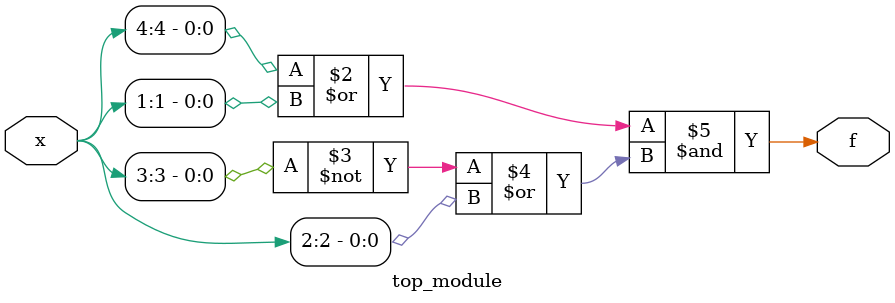
<source format=sv>
module top_module (
    input [4:1] x,
    output logic f
);

always_comb begin
    f = (x[4] | x[1]) & (~x[3] | x[2]);
end

endmodule

</source>
